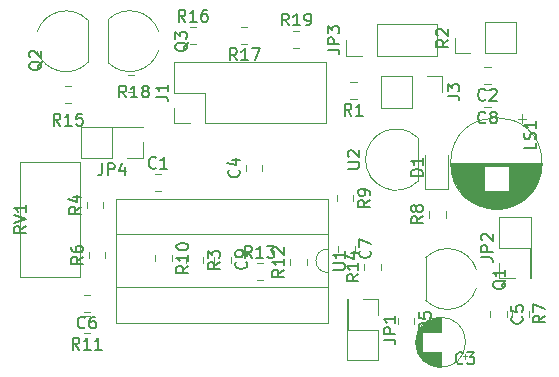
<source format=gbr>
G04 #@! TF.GenerationSoftware,KiCad,Pcbnew,5.0.1*
G04 #@! TF.CreationDate,2019-02-11T11:48:54+08:00*
G04 #@! TF.ProjectId,lab,6C61622E6B696361645F706362000000,rev?*
G04 #@! TF.SameCoordinates,Original*
G04 #@! TF.FileFunction,Legend,Top*
G04 #@! TF.FilePolarity,Positive*
%FSLAX46Y46*%
G04 Gerber Fmt 4.6, Leading zero omitted, Abs format (unit mm)*
G04 Created by KiCad (PCBNEW 5.0.1) date Mon 11 Feb 2019 11:48:54 AM +08*
%MOMM*%
%LPD*%
G01*
G04 APERTURE LIST*
%ADD10C,0.120000*%
%ADD11C,0.150000*%
G04 APERTURE END LIST*
D10*
G04 #@! TO.C,C7*
X48590000Y-38558748D02*
X48590000Y-39081252D01*
X47170000Y-38558748D02*
X47170000Y-39081252D01*
G04 #@! TO.C,C1*
X31680048Y-33950700D02*
X32202552Y-33950700D01*
X31680048Y-32530700D02*
X32202552Y-32530700D01*
G04 #@! TO.C,C2*
X60102052Y-23466700D02*
X59579548Y-23466700D01*
X60102052Y-24886700D02*
X59579548Y-24886700D01*
G04 #@! TO.C,C3*
X57988900Y-46739200D02*
G75*
G03X57988900Y-46739200I-2120000J0D01*
G01*
X55868900Y-45899200D02*
X55868900Y-44659200D01*
X55868900Y-48819200D02*
X55868900Y-47579200D01*
X55828900Y-45899200D02*
X55828900Y-44659200D01*
X55828900Y-48819200D02*
X55828900Y-47579200D01*
X55788900Y-45899200D02*
X55788900Y-44660200D01*
X55788900Y-48818200D02*
X55788900Y-47579200D01*
X55748900Y-48816200D02*
X55748900Y-47579200D01*
X55748900Y-45899200D02*
X55748900Y-44662200D01*
X55708900Y-48813200D02*
X55708900Y-47579200D01*
X55708900Y-45899200D02*
X55708900Y-44665200D01*
X55668900Y-48810200D02*
X55668900Y-47579200D01*
X55668900Y-45899200D02*
X55668900Y-44668200D01*
X55628900Y-48806200D02*
X55628900Y-47579200D01*
X55628900Y-45899200D02*
X55628900Y-44672200D01*
X55588900Y-48801200D02*
X55588900Y-47579200D01*
X55588900Y-45899200D02*
X55588900Y-44677200D01*
X55548900Y-48795200D02*
X55548900Y-47579200D01*
X55548900Y-45899200D02*
X55548900Y-44683200D01*
X55508900Y-48789200D02*
X55508900Y-47579200D01*
X55508900Y-45899200D02*
X55508900Y-44689200D01*
X55468900Y-48781200D02*
X55468900Y-47579200D01*
X55468900Y-45899200D02*
X55468900Y-44697200D01*
X55428900Y-48773200D02*
X55428900Y-47579200D01*
X55428900Y-45899200D02*
X55428900Y-44705200D01*
X55388900Y-48764200D02*
X55388900Y-47579200D01*
X55388900Y-45899200D02*
X55388900Y-44714200D01*
X55348900Y-48755200D02*
X55348900Y-47579200D01*
X55348900Y-45899200D02*
X55348900Y-44723200D01*
X55308900Y-48744200D02*
X55308900Y-47579200D01*
X55308900Y-45899200D02*
X55308900Y-44734200D01*
X55268900Y-48733200D02*
X55268900Y-47579200D01*
X55268900Y-45899200D02*
X55268900Y-44745200D01*
X55228900Y-48721200D02*
X55228900Y-47579200D01*
X55228900Y-45899200D02*
X55228900Y-44757200D01*
X55188900Y-48707200D02*
X55188900Y-47579200D01*
X55188900Y-45899200D02*
X55188900Y-44771200D01*
X55147900Y-48693200D02*
X55147900Y-47579200D01*
X55147900Y-45899200D02*
X55147900Y-44785200D01*
X55107900Y-48679200D02*
X55107900Y-47579200D01*
X55107900Y-45899200D02*
X55107900Y-44799200D01*
X55067900Y-48663200D02*
X55067900Y-47579200D01*
X55067900Y-45899200D02*
X55067900Y-44815200D01*
X55027900Y-48646200D02*
X55027900Y-47579200D01*
X55027900Y-45899200D02*
X55027900Y-44832200D01*
X54987900Y-48628200D02*
X54987900Y-47579200D01*
X54987900Y-45899200D02*
X54987900Y-44850200D01*
X54947900Y-48609200D02*
X54947900Y-47579200D01*
X54947900Y-45899200D02*
X54947900Y-44869200D01*
X54907900Y-48590200D02*
X54907900Y-47579200D01*
X54907900Y-45899200D02*
X54907900Y-44888200D01*
X54867900Y-48569200D02*
X54867900Y-47579200D01*
X54867900Y-45899200D02*
X54867900Y-44909200D01*
X54827900Y-48547200D02*
X54827900Y-47579200D01*
X54827900Y-45899200D02*
X54827900Y-44931200D01*
X54787900Y-48524200D02*
X54787900Y-47579200D01*
X54787900Y-45899200D02*
X54787900Y-44954200D01*
X54747900Y-48499200D02*
X54747900Y-47579200D01*
X54747900Y-45899200D02*
X54747900Y-44979200D01*
X54707900Y-48474200D02*
X54707900Y-47579200D01*
X54707900Y-45899200D02*
X54707900Y-45004200D01*
X54667900Y-48447200D02*
X54667900Y-47579200D01*
X54667900Y-45899200D02*
X54667900Y-45031200D01*
X54627900Y-48419200D02*
X54627900Y-47579200D01*
X54627900Y-45899200D02*
X54627900Y-45059200D01*
X54587900Y-48389200D02*
X54587900Y-47579200D01*
X54587900Y-45899200D02*
X54587900Y-45089200D01*
X54547900Y-48358200D02*
X54547900Y-47579200D01*
X54547900Y-45899200D02*
X54547900Y-45120200D01*
X54507900Y-48326200D02*
X54507900Y-47579200D01*
X54507900Y-45899200D02*
X54507900Y-45152200D01*
X54467900Y-48291200D02*
X54467900Y-47579200D01*
X54467900Y-45899200D02*
X54467900Y-45187200D01*
X54427900Y-48255200D02*
X54427900Y-47579200D01*
X54427900Y-45899200D02*
X54427900Y-45223200D01*
X54387900Y-48217200D02*
X54387900Y-47579200D01*
X54387900Y-45899200D02*
X54387900Y-45261200D01*
X54347900Y-48177200D02*
X54347900Y-47579200D01*
X54347900Y-45899200D02*
X54347900Y-45301200D01*
X54307900Y-48135200D02*
X54307900Y-47579200D01*
X54307900Y-45899200D02*
X54307900Y-45343200D01*
X54267900Y-48090200D02*
X54267900Y-45388200D01*
X54227900Y-48043200D02*
X54227900Y-45435200D01*
X54187900Y-47993200D02*
X54187900Y-45485200D01*
X54147900Y-47939200D02*
X54147900Y-45539200D01*
X54107900Y-47881200D02*
X54107900Y-45597200D01*
X54067900Y-47819200D02*
X54067900Y-45659200D01*
X54027900Y-47752200D02*
X54027900Y-45726200D01*
X53987900Y-47679200D02*
X53987900Y-45799200D01*
X53947900Y-47598200D02*
X53947900Y-45880200D01*
X53907900Y-47507200D02*
X53907900Y-45971200D01*
X53867900Y-47403200D02*
X53867900Y-46075200D01*
X53827900Y-47276200D02*
X53827900Y-46202200D01*
X53787900Y-47109200D02*
X53787900Y-46369200D01*
X58138701Y-47934200D02*
X57738701Y-47934200D01*
X57938701Y-48134200D02*
X57938701Y-47734200D01*
G04 #@! TO.C,C4*
X39356100Y-32233552D02*
X39356100Y-31711048D01*
X40776100Y-32233552D02*
X40776100Y-31711048D01*
G04 #@! TO.C,C5*
X60038200Y-44112748D02*
X60038200Y-44635252D01*
X61458200Y-44112748D02*
X61458200Y-44635252D01*
G04 #@! TO.C,C6*
X26184752Y-44172900D02*
X25662248Y-44172900D01*
X26184752Y-42752900D02*
X25662248Y-42752900D01*
G04 #@! TO.C,D1*
X54590000Y-30910000D02*
X54590000Y-33770000D01*
X54590000Y-33770000D02*
X56510000Y-33770000D01*
X56510000Y-33770000D02*
X56510000Y-30910000D01*
G04 #@! TO.C,J1*
X33310000Y-28200000D02*
X33310000Y-26870000D01*
X34640000Y-28200000D02*
X33310000Y-28200000D01*
X33310000Y-25600000D02*
X33310000Y-23000000D01*
X35910000Y-25600000D02*
X33310000Y-25600000D01*
X35910000Y-28200000D02*
X35910000Y-25600000D01*
X33310000Y-23000000D02*
X46130000Y-23000000D01*
X35910000Y-28200000D02*
X46130000Y-28200000D01*
X46130000Y-28200000D02*
X46130000Y-23000000D01*
G04 #@! TO.C,JP1*
X50597300Y-43080900D02*
X50597300Y-44410900D01*
X49267300Y-43080900D02*
X50597300Y-43080900D01*
X50597300Y-45680900D02*
X50597300Y-48280900D01*
X47997300Y-45680900D02*
X50597300Y-45680900D01*
X47997300Y-43080900D02*
X47997300Y-45680900D01*
X50597300Y-48280900D02*
X47937300Y-48280900D01*
X47997300Y-43080900D02*
X47937300Y-43080900D01*
X47937300Y-43080900D02*
X47937300Y-48280900D01*
G04 #@! TO.C,JP2*
X63504600Y-41316000D02*
X63504600Y-36116000D01*
X63444600Y-41316000D02*
X63504600Y-41316000D01*
X60844600Y-36116000D02*
X63504600Y-36116000D01*
X63444600Y-41316000D02*
X63444600Y-38716000D01*
X63444600Y-38716000D02*
X60844600Y-38716000D01*
X60844600Y-38716000D02*
X60844600Y-36116000D01*
X62174600Y-41316000D02*
X60844600Y-41316000D01*
X60844600Y-41316000D02*
X60844600Y-39986000D01*
G04 #@! TO.C,LS1*
X64460000Y-31580000D02*
G75*
G03X64460000Y-31580000I-3870000J0D01*
G01*
X64420000Y-31580000D02*
X56760000Y-31580000D01*
X64420000Y-31620000D02*
X56760000Y-31620000D01*
X64420000Y-31660000D02*
X56760000Y-31660000D01*
X64419000Y-31700000D02*
X56761000Y-31700000D01*
X64417000Y-31740000D02*
X56763000Y-31740000D01*
X64415000Y-31780000D02*
X56765000Y-31780000D01*
X64413000Y-31820000D02*
X61630000Y-31820000D01*
X59550000Y-31820000D02*
X56767000Y-31820000D01*
X64410000Y-31860000D02*
X61630000Y-31860000D01*
X59550000Y-31860000D02*
X56770000Y-31860000D01*
X64407000Y-31900000D02*
X61630000Y-31900000D01*
X59550000Y-31900000D02*
X56773000Y-31900000D01*
X64404000Y-31940000D02*
X61630000Y-31940000D01*
X59550000Y-31940000D02*
X56776000Y-31940000D01*
X64400000Y-31980000D02*
X61630000Y-31980000D01*
X59550000Y-31980000D02*
X56780000Y-31980000D01*
X64395000Y-32020000D02*
X61630000Y-32020000D01*
X59550000Y-32020000D02*
X56785000Y-32020000D01*
X64391000Y-32060000D02*
X61630000Y-32060000D01*
X59550000Y-32060000D02*
X56789000Y-32060000D01*
X64385000Y-32100000D02*
X61630000Y-32100000D01*
X59550000Y-32100000D02*
X56795000Y-32100000D01*
X64380000Y-32140000D02*
X61630000Y-32140000D01*
X59550000Y-32140000D02*
X56800000Y-32140000D01*
X64374000Y-32180000D02*
X61630000Y-32180000D01*
X59550000Y-32180000D02*
X56806000Y-32180000D01*
X64367000Y-32220000D02*
X61630000Y-32220000D01*
X59550000Y-32220000D02*
X56813000Y-32220000D01*
X64360000Y-32260000D02*
X61630000Y-32260000D01*
X59550000Y-32260000D02*
X56820000Y-32260000D01*
X64353000Y-32301000D02*
X61630000Y-32301000D01*
X59550000Y-32301000D02*
X56827000Y-32301000D01*
X64345000Y-32341000D02*
X61630000Y-32341000D01*
X59550000Y-32341000D02*
X56835000Y-32341000D01*
X64337000Y-32381000D02*
X61630000Y-32381000D01*
X59550000Y-32381000D02*
X56843000Y-32381000D01*
X64328000Y-32421000D02*
X61630000Y-32421000D01*
X59550000Y-32421000D02*
X56852000Y-32421000D01*
X64319000Y-32461000D02*
X61630000Y-32461000D01*
X59550000Y-32461000D02*
X56861000Y-32461000D01*
X64310000Y-32501000D02*
X61630000Y-32501000D01*
X59550000Y-32501000D02*
X56870000Y-32501000D01*
X64300000Y-32541000D02*
X61630000Y-32541000D01*
X59550000Y-32541000D02*
X56880000Y-32541000D01*
X64289000Y-32581000D02*
X61630000Y-32581000D01*
X59550000Y-32581000D02*
X56891000Y-32581000D01*
X64278000Y-32621000D02*
X61630000Y-32621000D01*
X59550000Y-32621000D02*
X56902000Y-32621000D01*
X64267000Y-32661000D02*
X61630000Y-32661000D01*
X59550000Y-32661000D02*
X56913000Y-32661000D01*
X64255000Y-32701000D02*
X61630000Y-32701000D01*
X59550000Y-32701000D02*
X56925000Y-32701000D01*
X64243000Y-32741000D02*
X61630000Y-32741000D01*
X59550000Y-32741000D02*
X56937000Y-32741000D01*
X64230000Y-32781000D02*
X61630000Y-32781000D01*
X59550000Y-32781000D02*
X56950000Y-32781000D01*
X64216000Y-32821000D02*
X61630000Y-32821000D01*
X59550000Y-32821000D02*
X56964000Y-32821000D01*
X64203000Y-32861000D02*
X61630000Y-32861000D01*
X59550000Y-32861000D02*
X56977000Y-32861000D01*
X64188000Y-32901000D02*
X61630000Y-32901000D01*
X59550000Y-32901000D02*
X56992000Y-32901000D01*
X64174000Y-32941000D02*
X61630000Y-32941000D01*
X59550000Y-32941000D02*
X57006000Y-32941000D01*
X64158000Y-32981000D02*
X61630000Y-32981000D01*
X59550000Y-32981000D02*
X57022000Y-32981000D01*
X64143000Y-33021000D02*
X61630000Y-33021000D01*
X59550000Y-33021000D02*
X57037000Y-33021000D01*
X64126000Y-33061000D02*
X61630000Y-33061000D01*
X59550000Y-33061000D02*
X57054000Y-33061000D01*
X64110000Y-33101000D02*
X61630000Y-33101000D01*
X59550000Y-33101000D02*
X57070000Y-33101000D01*
X64092000Y-33141000D02*
X61630000Y-33141000D01*
X59550000Y-33141000D02*
X57088000Y-33141000D01*
X64074000Y-33181000D02*
X61630000Y-33181000D01*
X59550000Y-33181000D02*
X57106000Y-33181000D01*
X64056000Y-33221000D02*
X61630000Y-33221000D01*
X59550000Y-33221000D02*
X57124000Y-33221000D01*
X64037000Y-33261000D02*
X61630000Y-33261000D01*
X59550000Y-33261000D02*
X57143000Y-33261000D01*
X64017000Y-33301000D02*
X61630000Y-33301000D01*
X59550000Y-33301000D02*
X57163000Y-33301000D01*
X63997000Y-33341000D02*
X61630000Y-33341000D01*
X59550000Y-33341000D02*
X57183000Y-33341000D01*
X63976000Y-33381000D02*
X61630000Y-33381000D01*
X59550000Y-33381000D02*
X57204000Y-33381000D01*
X63955000Y-33421000D02*
X61630000Y-33421000D01*
X59550000Y-33421000D02*
X57225000Y-33421000D01*
X63933000Y-33461000D02*
X61630000Y-33461000D01*
X59550000Y-33461000D02*
X57247000Y-33461000D01*
X63911000Y-33501000D02*
X61630000Y-33501000D01*
X59550000Y-33501000D02*
X57269000Y-33501000D01*
X63887000Y-33541000D02*
X61630000Y-33541000D01*
X59550000Y-33541000D02*
X57293000Y-33541000D01*
X63864000Y-33581000D02*
X61630000Y-33581000D01*
X59550000Y-33581000D02*
X57316000Y-33581000D01*
X63839000Y-33621000D02*
X61630000Y-33621000D01*
X59550000Y-33621000D02*
X57341000Y-33621000D01*
X63814000Y-33661000D02*
X61630000Y-33661000D01*
X59550000Y-33661000D02*
X57366000Y-33661000D01*
X63788000Y-33701000D02*
X61630000Y-33701000D01*
X59550000Y-33701000D02*
X57392000Y-33701000D01*
X63762000Y-33741000D02*
X61630000Y-33741000D01*
X59550000Y-33741000D02*
X57418000Y-33741000D01*
X63734000Y-33781000D02*
X61630000Y-33781000D01*
X59550000Y-33781000D02*
X57446000Y-33781000D01*
X63706000Y-33821000D02*
X61630000Y-33821000D01*
X59550000Y-33821000D02*
X57474000Y-33821000D01*
X63678000Y-33861000D02*
X61630000Y-33861000D01*
X59550000Y-33861000D02*
X57502000Y-33861000D01*
X63648000Y-33901000D02*
X57532000Y-33901000D01*
X63618000Y-33941000D02*
X57562000Y-33941000D01*
X63586000Y-33981000D02*
X57594000Y-33981000D01*
X63554000Y-34021000D02*
X57626000Y-34021000D01*
X63521000Y-34061000D02*
X57659000Y-34061000D01*
X63488000Y-34101000D02*
X57692000Y-34101000D01*
X63453000Y-34141000D02*
X57727000Y-34141000D01*
X63417000Y-34181000D02*
X57763000Y-34181000D01*
X63380000Y-34221000D02*
X57800000Y-34221000D01*
X63342000Y-34261000D02*
X57838000Y-34261000D01*
X63303000Y-34301000D02*
X57877000Y-34301000D01*
X63263000Y-34341000D02*
X57917000Y-34341000D01*
X63222000Y-34381000D02*
X57958000Y-34381000D01*
X63179000Y-34421000D02*
X58001000Y-34421000D01*
X63136000Y-34461000D02*
X58044000Y-34461000D01*
X63090000Y-34501000D02*
X58090000Y-34501000D01*
X63044000Y-34541000D02*
X58136000Y-34541000D01*
X62995000Y-34581000D02*
X58185000Y-34581000D01*
X62945000Y-34621000D02*
X58235000Y-34621000D01*
X62894000Y-34661000D02*
X58286000Y-34661000D01*
X62840000Y-34701000D02*
X58340000Y-34701000D01*
X62785000Y-34741000D02*
X58395000Y-34741000D01*
X62727000Y-34781000D02*
X58453000Y-34781000D01*
X62667000Y-34821000D02*
X58513000Y-34821000D01*
X62604000Y-34861000D02*
X58576000Y-34861000D01*
X62539000Y-34901000D02*
X58641000Y-34901000D01*
X62471000Y-34941000D02*
X58709000Y-34941000D01*
X62399000Y-34981000D02*
X58781000Y-34981000D01*
X62323000Y-35021000D02*
X58857000Y-35021000D01*
X62244000Y-35061000D02*
X58936000Y-35061000D01*
X62159000Y-35101000D02*
X59021000Y-35101000D01*
X62068000Y-35141000D02*
X59112000Y-35141000D01*
X61971000Y-35181000D02*
X59209000Y-35181000D01*
X61865000Y-35221000D02*
X59315000Y-35221000D01*
X61748000Y-35261000D02*
X59432000Y-35261000D01*
X61618000Y-35301000D02*
X59562000Y-35301000D01*
X61467000Y-35341000D02*
X59713000Y-35341000D01*
X61283000Y-35381000D02*
X59897000Y-35381000D01*
X61031000Y-35421000D02*
X60149000Y-35421000D01*
X62765000Y-27437789D02*
X62765000Y-28187789D01*
X63140000Y-27812789D02*
X62390000Y-27812789D01*
G04 #@! TO.C,R1*
X48754552Y-24738700D02*
X48232048Y-24738700D01*
X48754552Y-26158700D02*
X48232048Y-26158700D01*
G04 #@! TO.C,R2*
X62263600Y-22289400D02*
X62263600Y-19629400D01*
X59663600Y-22289400D02*
X62263600Y-22289400D01*
X59663600Y-19629400D02*
X62263600Y-19629400D01*
X59663600Y-22289400D02*
X59663600Y-19629400D01*
X58393600Y-22289400D02*
X57063600Y-22289400D01*
X57063600Y-22289400D02*
X57063600Y-20959400D01*
G04 #@! TO.C,R3*
X35779000Y-39522548D02*
X35779000Y-40045052D01*
X34359000Y-39522548D02*
X34359000Y-40045052D01*
G04 #@! TO.C,R4*
X25899000Y-35361952D02*
X25899000Y-34839448D01*
X27319000Y-35361952D02*
X27319000Y-34839448D01*
G04 #@! TO.C,R5*
X52238200Y-44685748D02*
X52238200Y-45208252D01*
X53658200Y-44685748D02*
X53658200Y-45208252D01*
G04 #@! TO.C,R6*
X27497800Y-39608052D02*
X27497800Y-39085548D01*
X26077800Y-39608052D02*
X26077800Y-39085548D01*
G04 #@! TO.C,R7*
X63322500Y-44062348D02*
X63322500Y-44584852D01*
X61902500Y-44062348D02*
X61902500Y-44584852D01*
G04 #@! TO.C,R8*
X54870000Y-36184152D02*
X54870000Y-35661648D01*
X56290000Y-36184152D02*
X56290000Y-35661648D01*
G04 #@! TO.C,R9*
X48492600Y-34282748D02*
X48492600Y-34805252D01*
X47072600Y-34282748D02*
X47072600Y-34805252D01*
G04 #@! TO.C,R10*
X31693700Y-39362748D02*
X31693700Y-39885252D01*
X33113700Y-39362748D02*
X33113700Y-39885252D01*
G04 #@! TO.C,R11*
X26184752Y-45963200D02*
X25662248Y-45963200D01*
X26184752Y-44543200D02*
X25662248Y-44543200D01*
G04 #@! TO.C,R12*
X44525700Y-40218752D02*
X44525700Y-39696248D01*
X43105700Y-40218752D02*
X43105700Y-39696248D01*
G04 #@! TO.C,R13*
X40287048Y-40067400D02*
X40809552Y-40067400D01*
X40287048Y-41487400D02*
X40809552Y-41487400D01*
G04 #@! TO.C,R14*
X50820000Y-40601252D02*
X50820000Y-40078748D01*
X49400000Y-40601252D02*
X49400000Y-40078748D01*
G04 #@! TO.C,U1*
X46320000Y-40840000D02*
G75*
G02X46320000Y-38840000I0J1000000D01*
G01*
X46320000Y-38840000D02*
X46320000Y-37590000D01*
X46320000Y-37590000D02*
X28420000Y-37590000D01*
X28420000Y-37590000D02*
X28420000Y-42090000D01*
X28420000Y-42090000D02*
X46320000Y-42090000D01*
X46320000Y-42090000D02*
X46320000Y-40840000D01*
X46380000Y-34590000D02*
X28360000Y-34590000D01*
X28360000Y-34590000D02*
X28360000Y-45090000D01*
X28360000Y-45090000D02*
X46380000Y-45090000D01*
X46380000Y-45090000D02*
X46380000Y-34590000D01*
G04 #@! TO.C,U2*
X53960000Y-33070000D02*
X53960000Y-29470000D01*
X53948478Y-33108478D02*
G75*
G02X49510000Y-31270000I-1838478J1838478D01*
G01*
X53948478Y-29431522D02*
G75*
G03X49510000Y-31270000I-1838478J-1838478D01*
G01*
G04 #@! TO.C,Q1*
X54602600Y-39588900D02*
X54602600Y-43188900D01*
X54610859Y-39577025D02*
G75*
G02X58902600Y-40568900I1841741J-1811875D01*
G01*
X54624916Y-43197345D02*
G75*
G03X58902600Y-42168900I1827684J1808445D01*
G01*
G04 #@! TO.C,RV1*
X20240000Y-41205000D02*
X20240000Y-31435000D01*
X25310000Y-41205000D02*
X25310000Y-31435000D01*
X20240000Y-41205000D02*
X25310000Y-41205000D01*
X20240000Y-31435000D02*
X25310000Y-31435000D01*
G04 #@! TO.C,C8*
X60101252Y-25400000D02*
X59578748Y-25400000D01*
X60101252Y-26820000D02*
X59578748Y-26820000D01*
G04 #@! TO.C,C9*
X38102800Y-39482648D02*
X38102800Y-40005152D01*
X36682800Y-39482648D02*
X36682800Y-40005152D01*
G04 #@! TO.C,J3*
X50820000Y-24210000D02*
X50820000Y-26870000D01*
X53420000Y-24210000D02*
X50820000Y-24210000D01*
X53420000Y-26870000D02*
X50820000Y-26870000D01*
X53420000Y-24210000D02*
X53420000Y-26870000D01*
X54690000Y-24210000D02*
X56020000Y-24210000D01*
X56020000Y-24210000D02*
X56020000Y-25540000D01*
G04 #@! TO.C,Q2*
X26010000Y-23050000D02*
X26010000Y-19450000D01*
X26001741Y-23061875D02*
G75*
G02X21710000Y-22070000I-1841741J1811875D01*
G01*
X25987684Y-19441555D02*
G75*
G03X21710000Y-20470000I-1827684J-1808445D01*
G01*
G04 #@! TO.C,Q3*
X27722316Y-23058445D02*
G75*
G03X32000000Y-22030000I1827684J1808445D01*
G01*
X27708259Y-19438125D02*
G75*
G02X32000000Y-20430000I1841741J-1811875D01*
G01*
X27700000Y-19450000D02*
X27700000Y-23050000D01*
G04 #@! TO.C,R15*
X24058748Y-25040000D02*
X24581252Y-25040000D01*
X24058748Y-26460000D02*
X24581252Y-26460000D01*
G04 #@! TO.C,R16*
X34648748Y-20084500D02*
X35171252Y-20084500D01*
X34648748Y-21504500D02*
X35171252Y-21504500D01*
G04 #@! TO.C,R17*
X39522552Y-21458900D02*
X39000048Y-21458900D01*
X39522552Y-20038900D02*
X39000048Y-20038900D01*
G04 #@! TO.C,R18*
X29899652Y-24129500D02*
X29377148Y-24129500D01*
X29899652Y-25549500D02*
X29377148Y-25549500D01*
G04 #@! TO.C,R19*
X43396048Y-21824300D02*
X43918552Y-21824300D01*
X43396048Y-20404300D02*
X43918552Y-20404300D01*
G04 #@! TO.C,JP4*
X30665300Y-28470800D02*
X25465300Y-28470800D01*
X30665300Y-28530800D02*
X30665300Y-28470800D01*
X25465300Y-31130800D02*
X25465300Y-28470800D01*
X30665300Y-28530800D02*
X28065300Y-28530800D01*
X28065300Y-28530800D02*
X28065300Y-31130800D01*
X28065300Y-31130800D02*
X25465300Y-31130800D01*
X30665300Y-29800800D02*
X30665300Y-31130800D01*
X30665300Y-31130800D02*
X29335300Y-31130800D01*
G04 #@! TO.C,JP3*
X55590700Y-22472100D02*
X55590700Y-19812100D01*
X50450700Y-22472100D02*
X55590700Y-22472100D01*
X50450700Y-19812100D02*
X55590700Y-19812100D01*
X50450700Y-22472100D02*
X50450700Y-19812100D01*
X49180700Y-22472100D02*
X47850700Y-22472100D01*
X47850700Y-22472100D02*
X47850700Y-21142100D01*
G04 #@! TO.C,C7*
D11*
X49887142Y-38986666D02*
X49934761Y-39034285D01*
X49982380Y-39177142D01*
X49982380Y-39272380D01*
X49934761Y-39415238D01*
X49839523Y-39510476D01*
X49744285Y-39558095D01*
X49553809Y-39605714D01*
X49410952Y-39605714D01*
X49220476Y-39558095D01*
X49125238Y-39510476D01*
X49030000Y-39415238D01*
X48982380Y-39272380D01*
X48982380Y-39177142D01*
X49030000Y-39034285D01*
X49077619Y-38986666D01*
X48982380Y-38653333D02*
X48982380Y-37986666D01*
X49982380Y-38415238D01*
G04 #@! TO.C,C1*
X31774633Y-31947842D02*
X31727014Y-31995461D01*
X31584157Y-32043080D01*
X31488919Y-32043080D01*
X31346061Y-31995461D01*
X31250823Y-31900223D01*
X31203204Y-31804985D01*
X31155585Y-31614509D01*
X31155585Y-31471652D01*
X31203204Y-31281176D01*
X31250823Y-31185938D01*
X31346061Y-31090700D01*
X31488919Y-31043080D01*
X31584157Y-31043080D01*
X31727014Y-31090700D01*
X31774633Y-31138319D01*
X32727014Y-32043080D02*
X32155585Y-32043080D01*
X32441300Y-32043080D02*
X32441300Y-31043080D01*
X32346061Y-31185938D01*
X32250823Y-31281176D01*
X32155585Y-31328795D01*
G04 #@! TO.C,C2*
X59674133Y-26183842D02*
X59626514Y-26231461D01*
X59483657Y-26279080D01*
X59388419Y-26279080D01*
X59245561Y-26231461D01*
X59150323Y-26136223D01*
X59102704Y-26040985D01*
X59055085Y-25850509D01*
X59055085Y-25707652D01*
X59102704Y-25517176D01*
X59150323Y-25421938D01*
X59245561Y-25326700D01*
X59388419Y-25279080D01*
X59483657Y-25279080D01*
X59626514Y-25326700D01*
X59674133Y-25374319D01*
X60055085Y-25374319D02*
X60102704Y-25326700D01*
X60197942Y-25279080D01*
X60436038Y-25279080D01*
X60531276Y-25326700D01*
X60578895Y-25374319D01*
X60626514Y-25469557D01*
X60626514Y-25564795D01*
X60578895Y-25707652D01*
X60007466Y-26279080D01*
X60626514Y-26279080D01*
G04 #@! TO.C,C3*
X57772034Y-48491342D02*
X57724415Y-48538961D01*
X57581558Y-48586580D01*
X57486320Y-48586580D01*
X57343462Y-48538961D01*
X57248224Y-48443723D01*
X57200605Y-48348485D01*
X57152986Y-48158009D01*
X57152986Y-48015152D01*
X57200605Y-47824676D01*
X57248224Y-47729438D01*
X57343462Y-47634200D01*
X57486320Y-47586580D01*
X57581558Y-47586580D01*
X57724415Y-47634200D01*
X57772034Y-47681819D01*
X58105367Y-47586580D02*
X58724415Y-47586580D01*
X58391081Y-47967533D01*
X58533939Y-47967533D01*
X58629177Y-48015152D01*
X58676796Y-48062771D01*
X58724415Y-48158009D01*
X58724415Y-48396104D01*
X58676796Y-48491342D01*
X58629177Y-48538961D01*
X58533939Y-48586580D01*
X58248224Y-48586580D01*
X58152986Y-48538961D01*
X58105367Y-48491342D01*
G04 #@! TO.C,C4*
X38773242Y-32138966D02*
X38820861Y-32186585D01*
X38868480Y-32329442D01*
X38868480Y-32424680D01*
X38820861Y-32567538D01*
X38725623Y-32662776D01*
X38630385Y-32710395D01*
X38439909Y-32758014D01*
X38297052Y-32758014D01*
X38106576Y-32710395D01*
X38011338Y-32662776D01*
X37916100Y-32567538D01*
X37868480Y-32424680D01*
X37868480Y-32329442D01*
X37916100Y-32186585D01*
X37963719Y-32138966D01*
X38201814Y-31281823D02*
X38868480Y-31281823D01*
X37820861Y-31519919D02*
X38535147Y-31758014D01*
X38535147Y-31138966D01*
G04 #@! TO.C,C5*
X62755342Y-44540666D02*
X62802961Y-44588285D01*
X62850580Y-44731142D01*
X62850580Y-44826380D01*
X62802961Y-44969238D01*
X62707723Y-45064476D01*
X62612485Y-45112095D01*
X62422009Y-45159714D01*
X62279152Y-45159714D01*
X62088676Y-45112095D01*
X61993438Y-45064476D01*
X61898200Y-44969238D01*
X61850580Y-44826380D01*
X61850580Y-44731142D01*
X61898200Y-44588285D01*
X61945819Y-44540666D01*
X61850580Y-43635904D02*
X61850580Y-44112095D01*
X62326771Y-44159714D01*
X62279152Y-44112095D01*
X62231533Y-44016857D01*
X62231533Y-43778761D01*
X62279152Y-43683523D01*
X62326771Y-43635904D01*
X62422009Y-43588285D01*
X62660104Y-43588285D01*
X62755342Y-43635904D01*
X62802961Y-43683523D01*
X62850580Y-43778761D01*
X62850580Y-44016857D01*
X62802961Y-44112095D01*
X62755342Y-44159714D01*
G04 #@! TO.C,C6*
X25756833Y-45470042D02*
X25709214Y-45517661D01*
X25566357Y-45565280D01*
X25471119Y-45565280D01*
X25328261Y-45517661D01*
X25233023Y-45422423D01*
X25185404Y-45327185D01*
X25137785Y-45136709D01*
X25137785Y-44993852D01*
X25185404Y-44803376D01*
X25233023Y-44708138D01*
X25328261Y-44612900D01*
X25471119Y-44565280D01*
X25566357Y-44565280D01*
X25709214Y-44612900D01*
X25756833Y-44660519D01*
X26613976Y-44565280D02*
X26423500Y-44565280D01*
X26328261Y-44612900D01*
X26280642Y-44660519D01*
X26185404Y-44803376D01*
X26137785Y-44993852D01*
X26137785Y-45374804D01*
X26185404Y-45470042D01*
X26233023Y-45517661D01*
X26328261Y-45565280D01*
X26518738Y-45565280D01*
X26613976Y-45517661D01*
X26661595Y-45470042D01*
X26709214Y-45374804D01*
X26709214Y-45136709D01*
X26661595Y-45041471D01*
X26613976Y-44993852D01*
X26518738Y-44946233D01*
X26328261Y-44946233D01*
X26233023Y-44993852D01*
X26185404Y-45041471D01*
X26137785Y-45136709D01*
G04 #@! TO.C,D1*
X54352380Y-32648095D02*
X53352380Y-32648095D01*
X53352380Y-32410000D01*
X53400000Y-32267142D01*
X53495238Y-32171904D01*
X53590476Y-32124285D01*
X53780952Y-32076666D01*
X53923809Y-32076666D01*
X54114285Y-32124285D01*
X54209523Y-32171904D01*
X54304761Y-32267142D01*
X54352380Y-32410000D01*
X54352380Y-32648095D01*
X54352380Y-31124285D02*
X54352380Y-31695714D01*
X54352380Y-31410000D02*
X53352380Y-31410000D01*
X53495238Y-31505238D01*
X53590476Y-31600476D01*
X53638095Y-31695714D01*
G04 #@! TO.C,J1*
X31762380Y-25933333D02*
X32476666Y-25933333D01*
X32619523Y-25980952D01*
X32714761Y-26076190D01*
X32762380Y-26219047D01*
X32762380Y-26314285D01*
X32762380Y-24933333D02*
X32762380Y-25504761D01*
X32762380Y-25219047D02*
X31762380Y-25219047D01*
X31905238Y-25314285D01*
X32000476Y-25409523D01*
X32048095Y-25504761D01*
G04 #@! TO.C,JP1*
X51049680Y-46514233D02*
X51763966Y-46514233D01*
X51906823Y-46561852D01*
X52002061Y-46657090D01*
X52049680Y-46799947D01*
X52049680Y-46895185D01*
X52049680Y-46038042D02*
X51049680Y-46038042D01*
X51049680Y-45657090D01*
X51097300Y-45561852D01*
X51144919Y-45514233D01*
X51240157Y-45466614D01*
X51383014Y-45466614D01*
X51478252Y-45514233D01*
X51525871Y-45561852D01*
X51573490Y-45657090D01*
X51573490Y-46038042D01*
X52049680Y-44514233D02*
X52049680Y-45085661D01*
X52049680Y-44799947D02*
X51049680Y-44799947D01*
X51192538Y-44895185D01*
X51287776Y-44990423D01*
X51335395Y-45085661D01*
G04 #@! TO.C,JP2*
X59296980Y-39549333D02*
X60011266Y-39549333D01*
X60154123Y-39596952D01*
X60249361Y-39692190D01*
X60296980Y-39835047D01*
X60296980Y-39930285D01*
X60296980Y-39073142D02*
X59296980Y-39073142D01*
X59296980Y-38692190D01*
X59344600Y-38596952D01*
X59392219Y-38549333D01*
X59487457Y-38501714D01*
X59630314Y-38501714D01*
X59725552Y-38549333D01*
X59773171Y-38596952D01*
X59820790Y-38692190D01*
X59820790Y-39073142D01*
X59392219Y-38120761D02*
X59344600Y-38073142D01*
X59296980Y-37977904D01*
X59296980Y-37739809D01*
X59344600Y-37644571D01*
X59392219Y-37596952D01*
X59487457Y-37549333D01*
X59582695Y-37549333D01*
X59725552Y-37596952D01*
X60296980Y-38168380D01*
X60296980Y-37549333D01*
G04 #@! TO.C,LS1*
X63952380Y-29852857D02*
X63952380Y-30329047D01*
X62952380Y-30329047D01*
X63904761Y-29567142D02*
X63952380Y-29424285D01*
X63952380Y-29186190D01*
X63904761Y-29090952D01*
X63857142Y-29043333D01*
X63761904Y-28995714D01*
X63666666Y-28995714D01*
X63571428Y-29043333D01*
X63523809Y-29090952D01*
X63476190Y-29186190D01*
X63428571Y-29376666D01*
X63380952Y-29471904D01*
X63333333Y-29519523D01*
X63238095Y-29567142D01*
X63142857Y-29567142D01*
X63047619Y-29519523D01*
X63000000Y-29471904D01*
X62952380Y-29376666D01*
X62952380Y-29138571D01*
X63000000Y-28995714D01*
X63952380Y-28043333D02*
X63952380Y-28614761D01*
X63952380Y-28329047D02*
X62952380Y-28329047D01*
X63095238Y-28424285D01*
X63190476Y-28519523D01*
X63238095Y-28614761D01*
G04 #@! TO.C,R1*
X48326633Y-27551080D02*
X47993300Y-27074890D01*
X47755204Y-27551080D02*
X47755204Y-26551080D01*
X48136157Y-26551080D01*
X48231395Y-26598700D01*
X48279014Y-26646319D01*
X48326633Y-26741557D01*
X48326633Y-26884414D01*
X48279014Y-26979652D01*
X48231395Y-27027271D01*
X48136157Y-27074890D01*
X47755204Y-27074890D01*
X49279014Y-27551080D02*
X48707585Y-27551080D01*
X48993300Y-27551080D02*
X48993300Y-26551080D01*
X48898061Y-26693938D01*
X48802823Y-26789176D01*
X48707585Y-26836795D01*
G04 #@! TO.C,R2*
X56515980Y-21126066D02*
X56039790Y-21459400D01*
X56515980Y-21697495D02*
X55515980Y-21697495D01*
X55515980Y-21316542D01*
X55563600Y-21221304D01*
X55611219Y-21173685D01*
X55706457Y-21126066D01*
X55849314Y-21126066D01*
X55944552Y-21173685D01*
X55992171Y-21221304D01*
X56039790Y-21316542D01*
X56039790Y-21697495D01*
X55611219Y-20745114D02*
X55563600Y-20697495D01*
X55515980Y-20602257D01*
X55515980Y-20364161D01*
X55563600Y-20268923D01*
X55611219Y-20221304D01*
X55706457Y-20173685D01*
X55801695Y-20173685D01*
X55944552Y-20221304D01*
X56515980Y-20792733D01*
X56515980Y-20173685D01*
G04 #@! TO.C,R3*
X37171380Y-39950466D02*
X36695190Y-40283800D01*
X37171380Y-40521895D02*
X36171380Y-40521895D01*
X36171380Y-40140942D01*
X36219000Y-40045704D01*
X36266619Y-39998085D01*
X36361857Y-39950466D01*
X36504714Y-39950466D01*
X36599952Y-39998085D01*
X36647571Y-40045704D01*
X36695190Y-40140942D01*
X36695190Y-40521895D01*
X36171380Y-39617133D02*
X36171380Y-38998085D01*
X36552333Y-39331419D01*
X36552333Y-39188561D01*
X36599952Y-39093323D01*
X36647571Y-39045704D01*
X36742809Y-38998085D01*
X36980904Y-38998085D01*
X37076142Y-39045704D01*
X37123761Y-39093323D01*
X37171380Y-39188561D01*
X37171380Y-39474276D01*
X37123761Y-39569514D01*
X37076142Y-39617133D01*
G04 #@! TO.C,R4*
X25411380Y-35267366D02*
X24935190Y-35600700D01*
X25411380Y-35838795D02*
X24411380Y-35838795D01*
X24411380Y-35457842D01*
X24459000Y-35362604D01*
X24506619Y-35314985D01*
X24601857Y-35267366D01*
X24744714Y-35267366D01*
X24839952Y-35314985D01*
X24887571Y-35362604D01*
X24935190Y-35457842D01*
X24935190Y-35838795D01*
X24744714Y-34410223D02*
X25411380Y-34410223D01*
X24363761Y-34648319D02*
X25078047Y-34886414D01*
X25078047Y-34267366D01*
G04 #@! TO.C,R5*
X55050580Y-45113666D02*
X54574390Y-45447000D01*
X55050580Y-45685095D02*
X54050580Y-45685095D01*
X54050580Y-45304142D01*
X54098200Y-45208904D01*
X54145819Y-45161285D01*
X54241057Y-45113666D01*
X54383914Y-45113666D01*
X54479152Y-45161285D01*
X54526771Y-45208904D01*
X54574390Y-45304142D01*
X54574390Y-45685095D01*
X54050580Y-44208904D02*
X54050580Y-44685095D01*
X54526771Y-44732714D01*
X54479152Y-44685095D01*
X54431533Y-44589857D01*
X54431533Y-44351761D01*
X54479152Y-44256523D01*
X54526771Y-44208904D01*
X54622009Y-44161285D01*
X54860104Y-44161285D01*
X54955342Y-44208904D01*
X55002961Y-44256523D01*
X55050580Y-44351761D01*
X55050580Y-44589857D01*
X55002961Y-44685095D01*
X54955342Y-44732714D01*
G04 #@! TO.C,R6*
X25590180Y-39513466D02*
X25113990Y-39846800D01*
X25590180Y-40084895D02*
X24590180Y-40084895D01*
X24590180Y-39703942D01*
X24637800Y-39608704D01*
X24685419Y-39561085D01*
X24780657Y-39513466D01*
X24923514Y-39513466D01*
X25018752Y-39561085D01*
X25066371Y-39608704D01*
X25113990Y-39703942D01*
X25113990Y-40084895D01*
X24590180Y-38656323D02*
X24590180Y-38846800D01*
X24637800Y-38942038D01*
X24685419Y-38989657D01*
X24828276Y-39084895D01*
X25018752Y-39132514D01*
X25399704Y-39132514D01*
X25494942Y-39084895D01*
X25542561Y-39037276D01*
X25590180Y-38942038D01*
X25590180Y-38751561D01*
X25542561Y-38656323D01*
X25494942Y-38608704D01*
X25399704Y-38561085D01*
X25161609Y-38561085D01*
X25066371Y-38608704D01*
X25018752Y-38656323D01*
X24971133Y-38751561D01*
X24971133Y-38942038D01*
X25018752Y-39037276D01*
X25066371Y-39084895D01*
X25161609Y-39132514D01*
G04 #@! TO.C,R7*
X64714880Y-44490266D02*
X64238690Y-44823600D01*
X64714880Y-45061695D02*
X63714880Y-45061695D01*
X63714880Y-44680742D01*
X63762500Y-44585504D01*
X63810119Y-44537885D01*
X63905357Y-44490266D01*
X64048214Y-44490266D01*
X64143452Y-44537885D01*
X64191071Y-44585504D01*
X64238690Y-44680742D01*
X64238690Y-45061695D01*
X63714880Y-44156933D02*
X63714880Y-43490266D01*
X64714880Y-43918838D01*
G04 #@! TO.C,R8*
X54382380Y-36089566D02*
X53906190Y-36422900D01*
X54382380Y-36660995D02*
X53382380Y-36660995D01*
X53382380Y-36280042D01*
X53430000Y-36184804D01*
X53477619Y-36137185D01*
X53572857Y-36089566D01*
X53715714Y-36089566D01*
X53810952Y-36137185D01*
X53858571Y-36184804D01*
X53906190Y-36280042D01*
X53906190Y-36660995D01*
X53810952Y-35518138D02*
X53763333Y-35613376D01*
X53715714Y-35660995D01*
X53620476Y-35708614D01*
X53572857Y-35708614D01*
X53477619Y-35660995D01*
X53430000Y-35613376D01*
X53382380Y-35518138D01*
X53382380Y-35327661D01*
X53430000Y-35232423D01*
X53477619Y-35184804D01*
X53572857Y-35137185D01*
X53620476Y-35137185D01*
X53715714Y-35184804D01*
X53763333Y-35232423D01*
X53810952Y-35327661D01*
X53810952Y-35518138D01*
X53858571Y-35613376D01*
X53906190Y-35660995D01*
X54001428Y-35708614D01*
X54191904Y-35708614D01*
X54287142Y-35660995D01*
X54334761Y-35613376D01*
X54382380Y-35518138D01*
X54382380Y-35327661D01*
X54334761Y-35232423D01*
X54287142Y-35184804D01*
X54191904Y-35137185D01*
X54001428Y-35137185D01*
X53906190Y-35184804D01*
X53858571Y-35232423D01*
X53810952Y-35327661D01*
G04 #@! TO.C,R9*
X49884980Y-34710666D02*
X49408790Y-35044000D01*
X49884980Y-35282095D02*
X48884980Y-35282095D01*
X48884980Y-34901142D01*
X48932600Y-34805904D01*
X48980219Y-34758285D01*
X49075457Y-34710666D01*
X49218314Y-34710666D01*
X49313552Y-34758285D01*
X49361171Y-34805904D01*
X49408790Y-34901142D01*
X49408790Y-35282095D01*
X49884980Y-34234476D02*
X49884980Y-34044000D01*
X49837361Y-33948761D01*
X49789742Y-33901142D01*
X49646885Y-33805904D01*
X49456409Y-33758285D01*
X49075457Y-33758285D01*
X48980219Y-33805904D01*
X48932600Y-33853523D01*
X48884980Y-33948761D01*
X48884980Y-34139238D01*
X48932600Y-34234476D01*
X48980219Y-34282095D01*
X49075457Y-34329714D01*
X49313552Y-34329714D01*
X49408790Y-34282095D01*
X49456409Y-34234476D01*
X49504028Y-34139238D01*
X49504028Y-33948761D01*
X49456409Y-33853523D01*
X49408790Y-33805904D01*
X49313552Y-33758285D01*
G04 #@! TO.C,R10*
X34506080Y-40266857D02*
X34029890Y-40600190D01*
X34506080Y-40838285D02*
X33506080Y-40838285D01*
X33506080Y-40457333D01*
X33553700Y-40362095D01*
X33601319Y-40314476D01*
X33696557Y-40266857D01*
X33839414Y-40266857D01*
X33934652Y-40314476D01*
X33982271Y-40362095D01*
X34029890Y-40457333D01*
X34029890Y-40838285D01*
X34506080Y-39314476D02*
X34506080Y-39885904D01*
X34506080Y-39600190D02*
X33506080Y-39600190D01*
X33648938Y-39695428D01*
X33744176Y-39790666D01*
X33791795Y-39885904D01*
X33506080Y-38695428D02*
X33506080Y-38600190D01*
X33553700Y-38504952D01*
X33601319Y-38457333D01*
X33696557Y-38409714D01*
X33887033Y-38362095D01*
X34125128Y-38362095D01*
X34315604Y-38409714D01*
X34410842Y-38457333D01*
X34458461Y-38504952D01*
X34506080Y-38600190D01*
X34506080Y-38695428D01*
X34458461Y-38790666D01*
X34410842Y-38838285D01*
X34315604Y-38885904D01*
X34125128Y-38933523D01*
X33887033Y-38933523D01*
X33696557Y-38885904D01*
X33601319Y-38838285D01*
X33553700Y-38790666D01*
X33506080Y-38695428D01*
G04 #@! TO.C,R11*
X25280642Y-47355580D02*
X24947309Y-46879390D01*
X24709214Y-47355580D02*
X24709214Y-46355580D01*
X25090166Y-46355580D01*
X25185404Y-46403200D01*
X25233023Y-46450819D01*
X25280642Y-46546057D01*
X25280642Y-46688914D01*
X25233023Y-46784152D01*
X25185404Y-46831771D01*
X25090166Y-46879390D01*
X24709214Y-46879390D01*
X26233023Y-47355580D02*
X25661595Y-47355580D01*
X25947309Y-47355580D02*
X25947309Y-46355580D01*
X25852071Y-46498438D01*
X25756833Y-46593676D01*
X25661595Y-46641295D01*
X27185404Y-47355580D02*
X26613976Y-47355580D01*
X26899690Y-47355580D02*
X26899690Y-46355580D01*
X26804452Y-46498438D01*
X26709214Y-46593676D01*
X26613976Y-46641295D01*
G04 #@! TO.C,R12*
X42618080Y-40600357D02*
X42141890Y-40933690D01*
X42618080Y-41171785D02*
X41618080Y-41171785D01*
X41618080Y-40790833D01*
X41665700Y-40695595D01*
X41713319Y-40647976D01*
X41808557Y-40600357D01*
X41951414Y-40600357D01*
X42046652Y-40647976D01*
X42094271Y-40695595D01*
X42141890Y-40790833D01*
X42141890Y-41171785D01*
X42618080Y-39647976D02*
X42618080Y-40219404D01*
X42618080Y-39933690D02*
X41618080Y-39933690D01*
X41760938Y-40028928D01*
X41856176Y-40124166D01*
X41903795Y-40219404D01*
X41713319Y-39267023D02*
X41665700Y-39219404D01*
X41618080Y-39124166D01*
X41618080Y-38886071D01*
X41665700Y-38790833D01*
X41713319Y-38743214D01*
X41808557Y-38695595D01*
X41903795Y-38695595D01*
X42046652Y-38743214D01*
X42618080Y-39314642D01*
X42618080Y-38695595D01*
G04 #@! TO.C,R13*
X39905442Y-39579780D02*
X39572109Y-39103590D01*
X39334014Y-39579780D02*
X39334014Y-38579780D01*
X39714966Y-38579780D01*
X39810204Y-38627400D01*
X39857823Y-38675019D01*
X39905442Y-38770257D01*
X39905442Y-38913114D01*
X39857823Y-39008352D01*
X39810204Y-39055971D01*
X39714966Y-39103590D01*
X39334014Y-39103590D01*
X40857823Y-39579780D02*
X40286395Y-39579780D01*
X40572109Y-39579780D02*
X40572109Y-38579780D01*
X40476871Y-38722638D01*
X40381633Y-38817876D01*
X40286395Y-38865495D01*
X41191157Y-38579780D02*
X41810204Y-38579780D01*
X41476871Y-38960733D01*
X41619728Y-38960733D01*
X41714966Y-39008352D01*
X41762585Y-39055971D01*
X41810204Y-39151209D01*
X41810204Y-39389304D01*
X41762585Y-39484542D01*
X41714966Y-39532161D01*
X41619728Y-39579780D01*
X41334014Y-39579780D01*
X41238776Y-39532161D01*
X41191157Y-39484542D01*
G04 #@! TO.C,R14*
X48912380Y-40982857D02*
X48436190Y-41316190D01*
X48912380Y-41554285D02*
X47912380Y-41554285D01*
X47912380Y-41173333D01*
X47960000Y-41078095D01*
X48007619Y-41030476D01*
X48102857Y-40982857D01*
X48245714Y-40982857D01*
X48340952Y-41030476D01*
X48388571Y-41078095D01*
X48436190Y-41173333D01*
X48436190Y-41554285D01*
X48912380Y-40030476D02*
X48912380Y-40601904D01*
X48912380Y-40316190D02*
X47912380Y-40316190D01*
X48055238Y-40411428D01*
X48150476Y-40506666D01*
X48198095Y-40601904D01*
X48245714Y-39173333D02*
X48912380Y-39173333D01*
X47864761Y-39411428D02*
X48579047Y-39649523D01*
X48579047Y-39030476D01*
G04 #@! TO.C,U1*
X46772380Y-40601904D02*
X47581904Y-40601904D01*
X47677142Y-40554285D01*
X47724761Y-40506666D01*
X47772380Y-40411428D01*
X47772380Y-40220952D01*
X47724761Y-40125714D01*
X47677142Y-40078095D01*
X47581904Y-40030476D01*
X46772380Y-40030476D01*
X47772380Y-39030476D02*
X47772380Y-39601904D01*
X47772380Y-39316190D02*
X46772380Y-39316190D01*
X46915238Y-39411428D01*
X47010476Y-39506666D01*
X47058095Y-39601904D01*
G04 #@! TO.C,U2*
X48002380Y-32031904D02*
X48811904Y-32031904D01*
X48907142Y-31984285D01*
X48954761Y-31936666D01*
X49002380Y-31841428D01*
X49002380Y-31650952D01*
X48954761Y-31555714D01*
X48907142Y-31508095D01*
X48811904Y-31460476D01*
X48002380Y-31460476D01*
X48097619Y-31031904D02*
X48050000Y-30984285D01*
X48002380Y-30889047D01*
X48002380Y-30650952D01*
X48050000Y-30555714D01*
X48097619Y-30508095D01*
X48192857Y-30460476D01*
X48288095Y-30460476D01*
X48430952Y-30508095D01*
X49002380Y-31079523D01*
X49002380Y-30460476D01*
G04 #@! TO.C,Q1*
X61400219Y-41484138D02*
X61352600Y-41579376D01*
X61257361Y-41674614D01*
X61114504Y-41817471D01*
X61066885Y-41912709D01*
X61066885Y-42007947D01*
X61304980Y-41960328D02*
X61257361Y-42055566D01*
X61162123Y-42150804D01*
X60971647Y-42198423D01*
X60638314Y-42198423D01*
X60447838Y-42150804D01*
X60352600Y-42055566D01*
X60304980Y-41960328D01*
X60304980Y-41769852D01*
X60352600Y-41674614D01*
X60447838Y-41579376D01*
X60638314Y-41531757D01*
X60971647Y-41531757D01*
X61162123Y-41579376D01*
X61257361Y-41674614D01*
X61304980Y-41769852D01*
X61304980Y-41960328D01*
X61304980Y-40579376D02*
X61304980Y-41150804D01*
X61304980Y-40865090D02*
X60304980Y-40865090D01*
X60447838Y-40960328D01*
X60543076Y-41055566D01*
X60590695Y-41150804D01*
G04 #@! TO.C,RV1*
X20772380Y-36915238D02*
X20296190Y-37248571D01*
X20772380Y-37486666D02*
X19772380Y-37486666D01*
X19772380Y-37105714D01*
X19820000Y-37010476D01*
X19867619Y-36962857D01*
X19962857Y-36915238D01*
X20105714Y-36915238D01*
X20200952Y-36962857D01*
X20248571Y-37010476D01*
X20296190Y-37105714D01*
X20296190Y-37486666D01*
X19772380Y-36629523D02*
X20772380Y-36296190D01*
X19772380Y-35962857D01*
X20772380Y-35105714D02*
X20772380Y-35677142D01*
X20772380Y-35391428D02*
X19772380Y-35391428D01*
X19915238Y-35486666D01*
X20010476Y-35581904D01*
X20058095Y-35677142D01*
G04 #@! TO.C,C8*
X59673333Y-28117142D02*
X59625714Y-28164761D01*
X59482857Y-28212380D01*
X59387619Y-28212380D01*
X59244761Y-28164761D01*
X59149523Y-28069523D01*
X59101904Y-27974285D01*
X59054285Y-27783809D01*
X59054285Y-27640952D01*
X59101904Y-27450476D01*
X59149523Y-27355238D01*
X59244761Y-27260000D01*
X59387619Y-27212380D01*
X59482857Y-27212380D01*
X59625714Y-27260000D01*
X59673333Y-27307619D01*
X60244761Y-27640952D02*
X60149523Y-27593333D01*
X60101904Y-27545714D01*
X60054285Y-27450476D01*
X60054285Y-27402857D01*
X60101904Y-27307619D01*
X60149523Y-27260000D01*
X60244761Y-27212380D01*
X60435238Y-27212380D01*
X60530476Y-27260000D01*
X60578095Y-27307619D01*
X60625714Y-27402857D01*
X60625714Y-27450476D01*
X60578095Y-27545714D01*
X60530476Y-27593333D01*
X60435238Y-27640952D01*
X60244761Y-27640952D01*
X60149523Y-27688571D01*
X60101904Y-27736190D01*
X60054285Y-27831428D01*
X60054285Y-28021904D01*
X60101904Y-28117142D01*
X60149523Y-28164761D01*
X60244761Y-28212380D01*
X60435238Y-28212380D01*
X60530476Y-28164761D01*
X60578095Y-28117142D01*
X60625714Y-28021904D01*
X60625714Y-27831428D01*
X60578095Y-27736190D01*
X60530476Y-27688571D01*
X60435238Y-27640952D01*
G04 #@! TO.C,C9*
X39399942Y-39910566D02*
X39447561Y-39958185D01*
X39495180Y-40101042D01*
X39495180Y-40196280D01*
X39447561Y-40339138D01*
X39352323Y-40434376D01*
X39257085Y-40481995D01*
X39066609Y-40529614D01*
X38923752Y-40529614D01*
X38733276Y-40481995D01*
X38638038Y-40434376D01*
X38542800Y-40339138D01*
X38495180Y-40196280D01*
X38495180Y-40101042D01*
X38542800Y-39958185D01*
X38590419Y-39910566D01*
X39495180Y-39434376D02*
X39495180Y-39243900D01*
X39447561Y-39148661D01*
X39399942Y-39101042D01*
X39257085Y-39005804D01*
X39066609Y-38958185D01*
X38685657Y-38958185D01*
X38590419Y-39005804D01*
X38542800Y-39053423D01*
X38495180Y-39148661D01*
X38495180Y-39339138D01*
X38542800Y-39434376D01*
X38590419Y-39481995D01*
X38685657Y-39529614D01*
X38923752Y-39529614D01*
X39018990Y-39481995D01*
X39066609Y-39434376D01*
X39114228Y-39339138D01*
X39114228Y-39148661D01*
X39066609Y-39053423D01*
X39018990Y-39005804D01*
X38923752Y-38958185D01*
G04 #@! TO.C,J3*
X56472380Y-25873333D02*
X57186666Y-25873333D01*
X57329523Y-25920952D01*
X57424761Y-26016190D01*
X57472380Y-26159047D01*
X57472380Y-26254285D01*
X56472380Y-25492380D02*
X56472380Y-24873333D01*
X56853333Y-25206666D01*
X56853333Y-25063809D01*
X56900952Y-24968571D01*
X56948571Y-24920952D01*
X57043809Y-24873333D01*
X57281904Y-24873333D01*
X57377142Y-24920952D01*
X57424761Y-24968571D01*
X57472380Y-25063809D01*
X57472380Y-25349523D01*
X57424761Y-25444761D01*
X57377142Y-25492380D01*
G04 #@! TO.C,Q2*
X22137619Y-22955238D02*
X22090000Y-23050476D01*
X21994761Y-23145714D01*
X21851904Y-23288571D01*
X21804285Y-23383809D01*
X21804285Y-23479047D01*
X22042380Y-23431428D02*
X21994761Y-23526666D01*
X21899523Y-23621904D01*
X21709047Y-23669523D01*
X21375714Y-23669523D01*
X21185238Y-23621904D01*
X21090000Y-23526666D01*
X21042380Y-23431428D01*
X21042380Y-23240952D01*
X21090000Y-23145714D01*
X21185238Y-23050476D01*
X21375714Y-23002857D01*
X21709047Y-23002857D01*
X21899523Y-23050476D01*
X21994761Y-23145714D01*
X22042380Y-23240952D01*
X22042380Y-23431428D01*
X21137619Y-22621904D02*
X21090000Y-22574285D01*
X21042380Y-22479047D01*
X21042380Y-22240952D01*
X21090000Y-22145714D01*
X21137619Y-22098095D01*
X21232857Y-22050476D01*
X21328095Y-22050476D01*
X21470952Y-22098095D01*
X22042380Y-22669523D01*
X22042380Y-22050476D01*
G04 #@! TO.C,Q3*
X34497619Y-21345238D02*
X34450000Y-21440476D01*
X34354761Y-21535714D01*
X34211904Y-21678571D01*
X34164285Y-21773809D01*
X34164285Y-21869047D01*
X34402380Y-21821428D02*
X34354761Y-21916666D01*
X34259523Y-22011904D01*
X34069047Y-22059523D01*
X33735714Y-22059523D01*
X33545238Y-22011904D01*
X33450000Y-21916666D01*
X33402380Y-21821428D01*
X33402380Y-21630952D01*
X33450000Y-21535714D01*
X33545238Y-21440476D01*
X33735714Y-21392857D01*
X34069047Y-21392857D01*
X34259523Y-21440476D01*
X34354761Y-21535714D01*
X34402380Y-21630952D01*
X34402380Y-21821428D01*
X33402380Y-21059523D02*
X33402380Y-20440476D01*
X33783333Y-20773809D01*
X33783333Y-20630952D01*
X33830952Y-20535714D01*
X33878571Y-20488095D01*
X33973809Y-20440476D01*
X34211904Y-20440476D01*
X34307142Y-20488095D01*
X34354761Y-20535714D01*
X34402380Y-20630952D01*
X34402380Y-20916666D01*
X34354761Y-21011904D01*
X34307142Y-21059523D01*
G04 #@! TO.C,R15*
X23677142Y-28392380D02*
X23343809Y-27916190D01*
X23105714Y-28392380D02*
X23105714Y-27392380D01*
X23486666Y-27392380D01*
X23581904Y-27440000D01*
X23629523Y-27487619D01*
X23677142Y-27582857D01*
X23677142Y-27725714D01*
X23629523Y-27820952D01*
X23581904Y-27868571D01*
X23486666Y-27916190D01*
X23105714Y-27916190D01*
X24629523Y-28392380D02*
X24058095Y-28392380D01*
X24343809Y-28392380D02*
X24343809Y-27392380D01*
X24248571Y-27535238D01*
X24153333Y-27630476D01*
X24058095Y-27678095D01*
X25534285Y-27392380D02*
X25058095Y-27392380D01*
X25010476Y-27868571D01*
X25058095Y-27820952D01*
X25153333Y-27773333D01*
X25391428Y-27773333D01*
X25486666Y-27820952D01*
X25534285Y-27868571D01*
X25581904Y-27963809D01*
X25581904Y-28201904D01*
X25534285Y-28297142D01*
X25486666Y-28344761D01*
X25391428Y-28392380D01*
X25153333Y-28392380D01*
X25058095Y-28344761D01*
X25010476Y-28297142D01*
G04 #@! TO.C,R16*
X34267142Y-19596880D02*
X33933809Y-19120690D01*
X33695714Y-19596880D02*
X33695714Y-18596880D01*
X34076666Y-18596880D01*
X34171904Y-18644500D01*
X34219523Y-18692119D01*
X34267142Y-18787357D01*
X34267142Y-18930214D01*
X34219523Y-19025452D01*
X34171904Y-19073071D01*
X34076666Y-19120690D01*
X33695714Y-19120690D01*
X35219523Y-19596880D02*
X34648095Y-19596880D01*
X34933809Y-19596880D02*
X34933809Y-18596880D01*
X34838571Y-18739738D01*
X34743333Y-18834976D01*
X34648095Y-18882595D01*
X36076666Y-18596880D02*
X35886190Y-18596880D01*
X35790952Y-18644500D01*
X35743333Y-18692119D01*
X35648095Y-18834976D01*
X35600476Y-19025452D01*
X35600476Y-19406404D01*
X35648095Y-19501642D01*
X35695714Y-19549261D01*
X35790952Y-19596880D01*
X35981428Y-19596880D01*
X36076666Y-19549261D01*
X36124285Y-19501642D01*
X36171904Y-19406404D01*
X36171904Y-19168309D01*
X36124285Y-19073071D01*
X36076666Y-19025452D01*
X35981428Y-18977833D01*
X35790952Y-18977833D01*
X35695714Y-19025452D01*
X35648095Y-19073071D01*
X35600476Y-19168309D01*
G04 #@! TO.C,R17*
X38618442Y-22851280D02*
X38285109Y-22375090D01*
X38047014Y-22851280D02*
X38047014Y-21851280D01*
X38427966Y-21851280D01*
X38523204Y-21898900D01*
X38570823Y-21946519D01*
X38618442Y-22041757D01*
X38618442Y-22184614D01*
X38570823Y-22279852D01*
X38523204Y-22327471D01*
X38427966Y-22375090D01*
X38047014Y-22375090D01*
X39570823Y-22851280D02*
X38999395Y-22851280D01*
X39285109Y-22851280D02*
X39285109Y-21851280D01*
X39189871Y-21994138D01*
X39094633Y-22089376D01*
X38999395Y-22136995D01*
X39904157Y-21851280D02*
X40570823Y-21851280D01*
X40142252Y-22851280D01*
G04 #@! TO.C,R18*
X29256794Y-26001880D02*
X28923461Y-25525690D01*
X28685366Y-26001880D02*
X28685366Y-25001880D01*
X29066318Y-25001880D01*
X29161556Y-25049500D01*
X29209175Y-25097119D01*
X29256794Y-25192357D01*
X29256794Y-25335214D01*
X29209175Y-25430452D01*
X29161556Y-25478071D01*
X29066318Y-25525690D01*
X28685366Y-25525690D01*
X30209175Y-26001880D02*
X29637747Y-26001880D01*
X29923461Y-26001880D02*
X29923461Y-25001880D01*
X29828223Y-25144738D01*
X29732985Y-25239976D01*
X29637747Y-25287595D01*
X30780604Y-25430452D02*
X30685366Y-25382833D01*
X30637747Y-25335214D01*
X30590128Y-25239976D01*
X30590128Y-25192357D01*
X30637747Y-25097119D01*
X30685366Y-25049500D01*
X30780604Y-25001880D01*
X30971080Y-25001880D01*
X31066318Y-25049500D01*
X31113937Y-25097119D01*
X31161556Y-25192357D01*
X31161556Y-25239976D01*
X31113937Y-25335214D01*
X31066318Y-25382833D01*
X30971080Y-25430452D01*
X30780604Y-25430452D01*
X30685366Y-25478071D01*
X30637747Y-25525690D01*
X30590128Y-25620928D01*
X30590128Y-25811404D01*
X30637747Y-25906642D01*
X30685366Y-25954261D01*
X30780604Y-26001880D01*
X30971080Y-26001880D01*
X31066318Y-25954261D01*
X31113937Y-25906642D01*
X31161556Y-25811404D01*
X31161556Y-25620928D01*
X31113937Y-25525690D01*
X31066318Y-25478071D01*
X30971080Y-25430452D01*
G04 #@! TO.C,R19*
X43014442Y-19916680D02*
X42681109Y-19440490D01*
X42443014Y-19916680D02*
X42443014Y-18916680D01*
X42823966Y-18916680D01*
X42919204Y-18964300D01*
X42966823Y-19011919D01*
X43014442Y-19107157D01*
X43014442Y-19250014D01*
X42966823Y-19345252D01*
X42919204Y-19392871D01*
X42823966Y-19440490D01*
X42443014Y-19440490D01*
X43966823Y-19916680D02*
X43395395Y-19916680D01*
X43681109Y-19916680D02*
X43681109Y-18916680D01*
X43585871Y-19059538D01*
X43490633Y-19154776D01*
X43395395Y-19202395D01*
X44443014Y-19916680D02*
X44633490Y-19916680D01*
X44728728Y-19869061D01*
X44776347Y-19821442D01*
X44871585Y-19678585D01*
X44919204Y-19488109D01*
X44919204Y-19107157D01*
X44871585Y-19011919D01*
X44823966Y-18964300D01*
X44728728Y-18916680D01*
X44538252Y-18916680D01*
X44443014Y-18964300D01*
X44395395Y-19011919D01*
X44347776Y-19107157D01*
X44347776Y-19345252D01*
X44395395Y-19440490D01*
X44443014Y-19488109D01*
X44538252Y-19535728D01*
X44728728Y-19535728D01*
X44823966Y-19488109D01*
X44871585Y-19440490D01*
X44919204Y-19345252D01*
G04 #@! TO.C,JP4*
X27231966Y-31583180D02*
X27231966Y-32297466D01*
X27184347Y-32440323D01*
X27089109Y-32535561D01*
X26946252Y-32583180D01*
X26851014Y-32583180D01*
X27708157Y-32583180D02*
X27708157Y-31583180D01*
X28089109Y-31583180D01*
X28184347Y-31630800D01*
X28231966Y-31678419D01*
X28279585Y-31773657D01*
X28279585Y-31916514D01*
X28231966Y-32011752D01*
X28184347Y-32059371D01*
X28089109Y-32106990D01*
X27708157Y-32106990D01*
X29136728Y-31916514D02*
X29136728Y-32583180D01*
X28898633Y-31535561D02*
X28660538Y-32249847D01*
X29279585Y-32249847D01*
G04 #@! TO.C,JP3*
X46303080Y-21975433D02*
X47017366Y-21975433D01*
X47160223Y-22023052D01*
X47255461Y-22118290D01*
X47303080Y-22261147D01*
X47303080Y-22356385D01*
X47303080Y-21499242D02*
X46303080Y-21499242D01*
X46303080Y-21118290D01*
X46350700Y-21023052D01*
X46398319Y-20975433D01*
X46493557Y-20927814D01*
X46636414Y-20927814D01*
X46731652Y-20975433D01*
X46779271Y-21023052D01*
X46826890Y-21118290D01*
X46826890Y-21499242D01*
X46303080Y-20594480D02*
X46303080Y-19975433D01*
X46684033Y-20308766D01*
X46684033Y-20165909D01*
X46731652Y-20070671D01*
X46779271Y-20023052D01*
X46874509Y-19975433D01*
X47112604Y-19975433D01*
X47207842Y-20023052D01*
X47255461Y-20070671D01*
X47303080Y-20165909D01*
X47303080Y-20451623D01*
X47255461Y-20546861D01*
X47207842Y-20594480D01*
G04 #@! TD*
M02*

</source>
